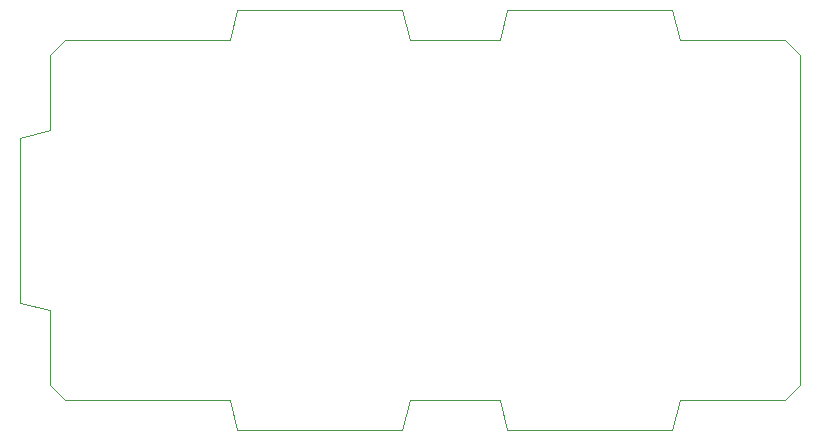
<source format=gm1>
G04 #@! TF.GenerationSoftware,KiCad,Pcbnew,6.0.9-8da3e8f707~116~ubuntu20.04.1*
G04 #@! TF.CreationDate,2023-04-19T17:26:23+00:00*
G04 #@! TF.ProjectId,LEC022102,4c454330-3232-4313-9032-2e6b69636164,rev?*
G04 #@! TF.SameCoordinates,Original*
G04 #@! TF.FileFunction,Profile,NP*
%FSLAX46Y46*%
G04 Gerber Fmt 4.6, Leading zero omitted, Abs format (unit mm)*
G04 Created by KiCad (PCBNEW 6.0.9-8da3e8f707~116~ubuntu20.04.1) date 2023-04-19 17:26:23*
%MOMM*%
%LPD*%
G01*
G04 APERTURE LIST*
G04 #@! TA.AperFunction,Profile*
%ADD10C,0.050000*%
G04 #@! TD*
G04 APERTURE END LIST*
D10*
X86360000Y-90170000D02*
X83820000Y-89535000D01*
X148590000Y-97790000D02*
X139700000Y-97790000D01*
X139065000Y-64770000D02*
X139700000Y-67310000D01*
X139065000Y-100330000D02*
X125095000Y-100330000D01*
X116205000Y-100330000D02*
X102235000Y-100330000D01*
X139700000Y-67310000D02*
X148590000Y-67310000D01*
X101600000Y-67310000D02*
X102235000Y-64770000D01*
X87630000Y-67310000D02*
X101600000Y-67310000D01*
X86360000Y-68580000D02*
X87630000Y-67310000D01*
X116840000Y-97790000D02*
X116205000Y-100330000D01*
X102235000Y-100330000D02*
X101600000Y-97790000D01*
X149860000Y-96520000D02*
X148590000Y-97790000D01*
X83820000Y-75565000D02*
X86360000Y-74930000D01*
X139700000Y-97790000D02*
X139065000Y-100330000D01*
X125095000Y-64770000D02*
X139065000Y-64770000D01*
X124460000Y-97790000D02*
X116840000Y-97790000D01*
X148590000Y-67310000D02*
X149860000Y-68580000D01*
X101600000Y-97790000D02*
X87630000Y-97790000D01*
X116205000Y-64770000D02*
X116840000Y-67310000D01*
X83820000Y-89535000D02*
X83820000Y-75565000D01*
X125095000Y-100330000D02*
X124460000Y-97790000D01*
X86360000Y-68580000D02*
X86360000Y-74930000D01*
X116840000Y-67310000D02*
X124460000Y-67310000D01*
X86360000Y-96520000D02*
X86360000Y-90170000D01*
X149860000Y-68580000D02*
X149860000Y-96520000D01*
X124460000Y-67310000D02*
X125095000Y-64770000D01*
X102235000Y-64770000D02*
X116205000Y-64770000D01*
X87630000Y-97790000D02*
X86360000Y-96520000D01*
M02*

</source>
